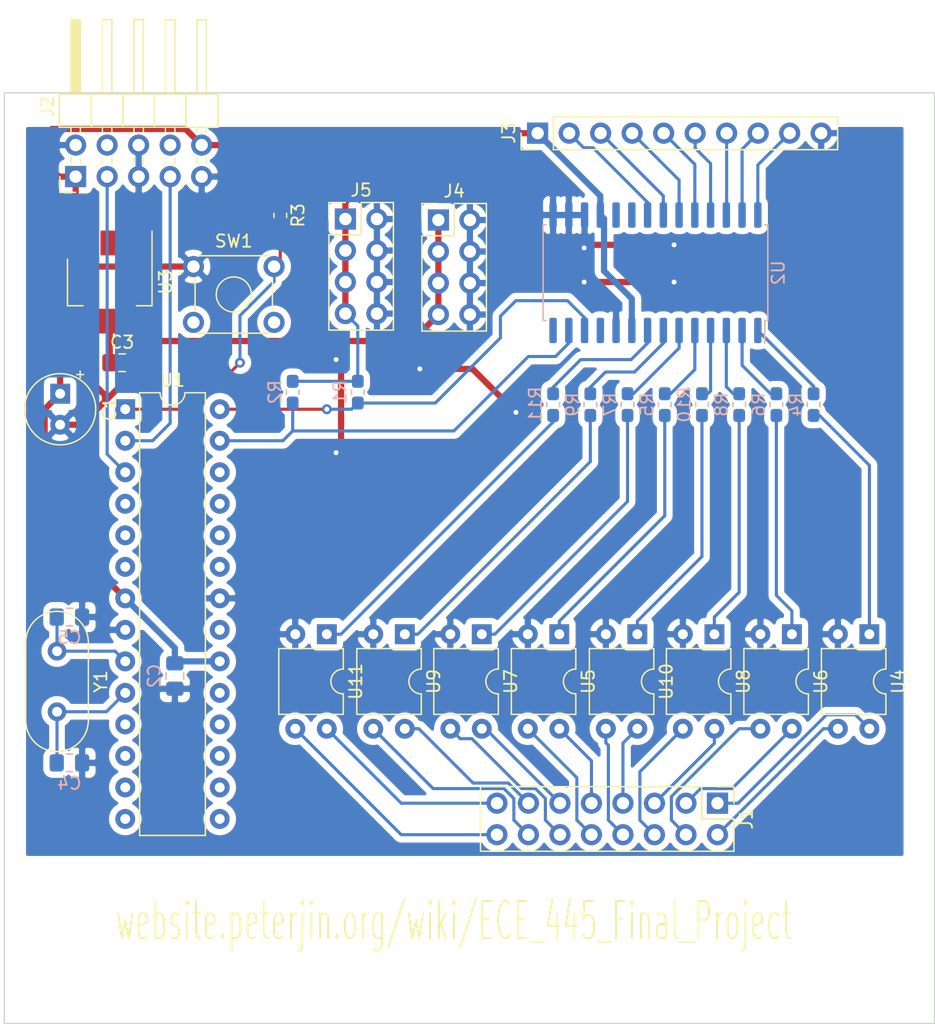
<source format=kicad_pcb>
(kicad_pcb (version 20171130) (host pcbnew 5.1.5+dfsg1-2build2)
  (layers (0 F.Cu signal) (31 B.Cu signal) (34 B.Paste user) (35 F.Paste user) (36 B.SilkS user) (37 F.SilkS user) (38 B.Mask user) (39 F.Mask user) (44 Edge.Cuts user))
  (net 0 "")
  (net 1 GND)
  (net 2 +5V)
  (net 3 +3V3)
  (net 4 "Net-(C4-Pad1)")
  (net 5 "Net-(C5-Pad1)")
  (net 6 /OUT7E)
  (net 7 /OUT7C)
  (net 8 /OUT6E)
  (net 9 /OUT6C)
  (net 10 /OUT5E)
  (net 11 /OUT5C)
  (net 12 /OUT4E)
  (net 13 /OUT4C)
  (net 14 /OUT3E)
  (net 15 /OUT3C)
  (net 16 /OUT2E)
  (net 17 /OUT2C)
  (net 18 /OUT1E)
  (net 19 /OUT1C)
  (net 20 /OUT0E)
  (net 21 /OUT0C)
  (net 22 "Net-(J2-Pad8)")
  (net 23 "Net-(J2-Pad7)")
  (net 24 "Net-(J2-Pad4)")
  (net 25 "Net-(J2-Pad3)")
  (net 26 "Net-(J3-Pad9)")
  (net 27 "Net-(J3-Pad8)")
  (net 28 "Net-(J3-Pad7)")
  (net 29 "Net-(J3-Pad6)")
  (net 30 "Net-(J3-Pad5)")
  (net 31 "Net-(J3-Pad4)")
  (net 32 "Net-(J3-Pad3)")
  (net 33 "Net-(J3-Pad2)")
  (net 34 /SCL)
  (net 35 /SDA)
  (net 36 "Net-(R3-Pad2)")
  (net 37 "Net-(R4-Pad2)")
  (net 38 /OUT0)
  (net 39 "Net-(R5-Pad2)")
  (net 40 /OUT4)
  (net 41 "Net-(R6-Pad2)")
  (net 42 /OUT1)
  (net 43 "Net-(R7-Pad2)")
  (net 44 /OUT5)
  (net 45 "Net-(R8-Pad2)")
  (net 46 /OUT2)
  (net 47 "Net-(R9-Pad2)")
  (net 48 /OUT6)
  (net 49 "Net-(R10-Pad2)")
  (net 50 /OUT3)
  (net 51 "Net-(R11-Pad2)")
  (net 52 /OUT7)
  (net 53 "Net-(U1-Pad14)")
  (net 54 "Net-(U1-Pad13)")
  (net 55 "Net-(U1-Pad26)")
  (net 56 "Net-(U1-Pad12)")
  (net 57 "Net-(U1-Pad25)")
  (net 58 "Net-(U1-Pad11)")
  (net 59 "Net-(U1-Pad24)")
  (net 60 "Net-(U1-Pad23)")
  (net 61 "Net-(U1-Pad21)")
  (net 62 "Net-(U1-Pad6)")
  (net 63 "Net-(U1-Pad19)")
  (net 64 "Net-(U1-Pad5)")
  (net 65 "Net-(U1-Pad18)")
  (net 66 "Net-(U1-Pad4)")
  (net 67 "Net-(U1-Pad17)")
  (net 68 "Net-(U1-Pad16)")
  (net 69 "Net-(U1-Pad15)")
  (net 70 "Net-(U2-Pad20)")
  (net 71 "Net-(U2-Pad19)")
  (net 72 "Net-(U2-Pad14)")
  (net 73 "Net-(U2-Pad11)")
  (module Crystal:Crystal_HC49-U_Vertical (layer F.Cu) (at 104.25 95 270)
    (fp_text reference Y1 (at 2.44 -3.525 90) (layer F.SilkS))
    (fp_text value 16MHz)
    (pad 2 thru_hole circle (at 4.88 0 270) (size 1.5 1.5) (drill 0.8) (layers *.Cu *.Mask) (net 4 "Net-(C4-Pad1)"))
    (pad 1 thru_hole circle (at 0 0 270) (size 1.5 1.5) (drill 0.8) (layers *.Cu *.Mask) (net 5 "Net-(C5-Pad1)"))
  )
  (module Package_DIP:DIP-4_W7.62mm (layer F.Cu) (at 126 93.63 270)
    (fp_text reference U11 (at 3.81 -2.33 90) (layer F.SilkS))
    (fp_text value PC817)
    (pad 4 thru_hole oval (at 7.62 0 270) (size 1.6 1.6) (drill 0.8) (layers *.Cu *.Mask) (net 7 /OUT7C))
    (pad 2 thru_hole oval (at 0 2.54 270) (size 1.6 1.6) (drill 0.8) (layers *.Cu *.Mask) (net 1 GND))
    (pad 3 thru_hole oval (at 7.62 2.54 270) (size 1.6 1.6) (drill 0.8) (layers *.Cu *.Mask) (net 6 /OUT7E))
    (pad 1 thru_hole rect (at 0 0 270) (size 1.6 1.6) (drill 0.8) (layers *.Cu *.Mask) (net 51 "Net-(R11-Pad2)"))
  )
  (module Package_DIP:DIP-4_W7.62mm (layer F.Cu) (at 151.04 93.63 270)
    (fp_text reference U10 (at 3.81 -2.33 90) (layer F.SilkS))
    (fp_text value PC817)
    (pad 4 thru_hole oval (at 7.62 0 270) (size 1.6 1.6) (drill 0.8) (layers *.Cu *.Mask) (net 15 /OUT3C))
    (pad 2 thru_hole oval (at 0 2.54 270) (size 1.6 1.6) (drill 0.8) (layers *.Cu *.Mask) (net 1 GND))
    (pad 3 thru_hole oval (at 7.62 2.54 270) (size 1.6 1.6) (drill 0.8) (layers *.Cu *.Mask) (net 14 /OUT3E))
    (pad 1 thru_hole rect (at 0 0 270) (size 1.6 1.6) (drill 0.8) (layers *.Cu *.Mask) (net 49 "Net-(R10-Pad2)"))
  )
  (module Package_DIP:DIP-4_W7.62mm (layer F.Cu) (at 132.29 93.63 270)
    (fp_text reference U9 (at 3.81 -2.33 90) (layer F.SilkS))
    (fp_text value PC817)
    (pad 4 thru_hole oval (at 7.62 0 270) (size 1.6 1.6) (drill 0.8) (layers *.Cu *.Mask) (net 9 /OUT6C))
    (pad 2 thru_hole oval (at 0 2.54 270) (size 1.6 1.6) (drill 0.8) (layers *.Cu *.Mask) (net 1 GND))
    (pad 3 thru_hole oval (at 7.62 2.54 270) (size 1.6 1.6) (drill 0.8) (layers *.Cu *.Mask) (net 8 /OUT6E))
    (pad 1 thru_hole rect (at 0 0 270) (size 1.6 1.6) (drill 0.8) (layers *.Cu *.Mask) (net 47 "Net-(R9-Pad2)"))
  )
  (module Package_DIP:DIP-4_W7.62mm (layer F.Cu) (at 157.25 93.63 270)
    (fp_text reference U8 (at 3.81 -2.33 90) (layer F.SilkS))
    (fp_text value PC817)
    (pad 4 thru_hole oval (at 7.62 0 270) (size 1.6 1.6) (drill 0.8) (layers *.Cu *.Mask) (net 17 /OUT2C))
    (pad 2 thru_hole oval (at 0 2.54 270) (size 1.6 1.6) (drill 0.8) (layers *.Cu *.Mask) (net 1 GND))
    (pad 3 thru_hole oval (at 7.62 2.54 270) (size 1.6 1.6) (drill 0.8) (layers *.Cu *.Mask) (net 16 /OUT2E))
    (pad 1 thru_hole rect (at 0 0 270) (size 1.6 1.6) (drill 0.8) (layers *.Cu *.Mask) (net 45 "Net-(R8-Pad2)"))
  )
  (module Package_DIP:DIP-4_W7.62mm (layer F.Cu) (at 138.5 93.63 270)
    (fp_text reference U7 (at 3.81 -2.33 90) (layer F.SilkS))
    (fp_text value PC817)
    (pad 4 thru_hole oval (at 7.62 0 270) (size 1.6 1.6) (drill 0.8) (layers *.Cu *.Mask) (net 11 /OUT5C))
    (pad 2 thru_hole oval (at 0 2.54 270) (size 1.6 1.6) (drill 0.8) (layers *.Cu *.Mask) (net 1 GND))
    (pad 3 thru_hole oval (at 7.62 2.54 270) (size 1.6 1.6) (drill 0.8) (layers *.Cu *.Mask) (net 10 /OUT5E))
    (pad 1 thru_hole rect (at 0 0 270) (size 1.6 1.6) (drill 0.8) (layers *.Cu *.Mask) (net 43 "Net-(R7-Pad2)"))
  )
  (module Package_DIP:DIP-4_W7.62mm (layer F.Cu) (at 163.5 93.63 270)
    (fp_text reference U6 (at 3.81 -2.33 90) (layer F.SilkS))
    (fp_text value PC817)
    (pad 4 thru_hole oval (at 7.62 0 270) (size 1.6 1.6) (drill 0.8) (layers *.Cu *.Mask) (net 19 /OUT1C))
    (pad 2 thru_hole oval (at 0 2.54 270) (size 1.6 1.6) (drill 0.8) (layers *.Cu *.Mask) (net 1 GND))
    (pad 3 thru_hole oval (at 7.62 2.54 270) (size 1.6 1.6) (drill 0.8) (layers *.Cu *.Mask) (net 18 /OUT1E))
    (pad 1 thru_hole rect (at 0 0 270) (size 1.6 1.6) (drill 0.8) (layers *.Cu *.Mask) (net 41 "Net-(R6-Pad2)"))
  )
  (module Package_DIP:DIP-4_W7.62mm (layer F.Cu) (at 144.75 93.63 270)
    (fp_text reference U5 (at 3.81 -2.33 90) (layer F.SilkS))
    (fp_text value PC817)
    (pad 4 thru_hole oval (at 7.62 0 270) (size 1.6 1.6) (drill 0.8) (layers *.Cu *.Mask) (net 13 /OUT4C))
    (pad 2 thru_hole oval (at 0 2.54 270) (size 1.6 1.6) (drill 0.8) (layers *.Cu *.Mask) (net 1 GND))
    (pad 3 thru_hole oval (at 7.62 2.54 270) (size 1.6 1.6) (drill 0.8) (layers *.Cu *.Mask) (net 12 /OUT4E))
    (pad 1 thru_hole rect (at 0 0 270) (size 1.6 1.6) (drill 0.8) (layers *.Cu *.Mask) (net 39 "Net-(R5-Pad2)"))
  )
  (module Package_DIP:DIP-4_W7.62mm (layer F.Cu) (at 169.75 93.63 270)
    (fp_text reference U4 (at 3.81 -2.33 90) (layer F.SilkS))
    (fp_text value PC817)
    (pad 4 thru_hole oval (at 7.62 0 270) (size 1.6 1.6) (drill 0.8) (layers *.Cu *.Mask) (net 21 /OUT0C))
    (pad 2 thru_hole oval (at 0 2.54 270) (size 1.6 1.6) (drill 0.8) (layers *.Cu *.Mask) (net 1 GND))
    (pad 3 thru_hole oval (at 7.62 2.54 270) (size 1.6 1.6) (drill 0.8) (layers *.Cu *.Mask) (net 20 /OUT0E))
    (pad 1 thru_hole rect (at 0 0 270) (size 1.6 1.6) (drill 0.8) (layers *.Cu *.Mask) (net 37 "Net-(R4-Pad2)"))
  )
  (module Package_TO_SOT_SMD:SOT-223-3_TabPin2 (layer F.Cu) (at 108.5 65.25 270)
    (fp_text reference U3 (at 0 -4.5 90) (layer F.SilkS))
    (fp_text value LM1117-3.3)
    (pad 1 smd rect (at -3.15 -2.3 270) (size 2 1.5) (layers F.Cu F.Paste F.Mask) (net 1 GND))
    (pad 3 smd rect (at -3.15 2.3 270) (size 2 1.5) (layers F.Cu F.Paste F.Mask) (net 2 +5V))
    (pad 2 smd rect (at -3.15 0 270) (size 2 1.5) (layers F.Cu F.Paste F.Mask) (net 3 +3V3))
    (pad 2 smd rect (at 3.15 0 270) (size 2 3.8) (layers F.Cu F.Paste F.Mask) (net 3 +3V3))
  )
  (module Package_SO:SOIC-28W_7.5x17.9mm_P1.27mm (layer B.Cu) (at 152.5 64.5 90)
    (fp_text reference U2 (at 0 9.9 90) (layer B.SilkS) (effects (justify mirror)))
    (fp_text value MCP23017_SO)
    (pad 28 smd roundrect (at 4.65 8.255 90) (size 2.05 0.6) (layers B.Cu B.Paste B.Mask) (net 26 "Net-(J3-Pad9)"))
    (pad 27 smd roundrect (at 4.65 6.985 90) (size 2.05 0.6) (layers B.Cu B.Paste B.Mask) (net 27 "Net-(J3-Pad8)"))
    (pad 26 smd roundrect (at 4.65 5.715 90) (size 2.05 0.6) (layers B.Cu B.Paste B.Mask) (net 28 "Net-(J3-Pad7)"))
    (pad 25 smd roundrect (at 4.65 4.445 90) (size 2.05 0.6) (layers B.Cu B.Paste B.Mask) (net 29 "Net-(J3-Pad6)"))
    (pad 24 smd roundrect (at 4.65 3.175 90) (size 2.05 0.6) (layers B.Cu B.Paste B.Mask) (net 30 "Net-(J3-Pad5)"))
    (pad 23 smd roundrect (at 4.65 1.905 90) (size 2.05 0.6) (layers B.Cu B.Paste B.Mask) (net 31 "Net-(J3-Pad4)"))
    (pad 22 smd roundrect (at 4.65 0.635 90) (size 2.05 0.6) (layers B.Cu B.Paste B.Mask) (net 32 "Net-(J3-Pad3)"))
    (pad 21 smd roundrect (at 4.65 -0.635 90) (size 2.05 0.6) (layers B.Cu B.Paste B.Mask) (net 33 "Net-(J3-Pad2)"))
    (pad 20 smd roundrect (at 4.65 -1.905 90) (size 2.05 0.6) (layers B.Cu B.Paste B.Mask) (net 70 "Net-(U2-Pad20)"))
    (pad 19 smd roundrect (at 4.65 -3.175 90) (size 2.05 0.6) (layers B.Cu B.Paste B.Mask) (net 71 "Net-(U2-Pad19)"))
    (pad 18 smd roundrect (at 4.65 -4.445 90) (size 2.05 0.6) (layers B.Cu B.Paste B.Mask) (net 2 +5V))
    (pad 17 smd roundrect (at 4.65 -5.715 90) (size 2.05 0.6) (layers B.Cu B.Paste B.Mask) (net 1 GND))
    (pad 16 smd roundrect (at 4.65 -6.985 90) (size 2.05 0.6) (layers B.Cu B.Paste B.Mask) (net 1 GND))
    (pad 15 smd roundrect (at 4.65 -8.255 90) (size 2.05 0.6) (layers B.Cu B.Paste B.Mask) (net 1 GND))
    (pad 14 smd roundrect (at -4.65 -8.255 90) (size 2.05 0.6) (layers B.Cu B.Paste B.Mask) (net 72 "Net-(U2-Pad14)"))
    (pad 13 smd roundrect (at -4.65 -6.985 90) (size 2.05 0.6) (layers B.Cu B.Paste B.Mask) (net 35 /SDA))
    (pad 12 smd roundrect (at -4.65 -5.715 90) (size 2.05 0.6) (layers B.Cu B.Paste B.Mask) (net 34 /SCL))
    (pad 11 smd roundrect (at -4.65 -4.445 90) (size 2.05 0.6) (layers B.Cu B.Paste B.Mask) (net 73 "Net-(U2-Pad11)"))
    (pad 10 smd roundrect (at -4.65 -3.175 90) (size 2.05 0.6) (layers B.Cu B.Paste B.Mask) (net 1 GND))
    (pad 9 smd roundrect (at -4.65 -1.905 90) (size 2.05 0.6) (layers B.Cu B.Paste B.Mask) (net 2 +5V))
    (pad 8 smd roundrect (at -4.65 -0.635 90) (size 2.05 0.6) (layers B.Cu B.Paste B.Mask) (net 52 /OUT7))
    (pad 7 smd roundrect (at -4.65 0.635 90) (size 2.05 0.6) (layers B.Cu B.Paste B.Mask) (net 48 /OUT6))
    (pad 6 smd roundrect (at -4.65 1.905 90) (size 2.05 0.6) (layers B.Cu B.Paste B.Mask) (net 44 /OUT5))
    (pad 5 smd roundrect (at -4.65 3.175 90) (size 2.05 0.6) (layers B.Cu B.Paste B.Mask) (net 40 /OUT4))
    (pad 4 smd roundrect (at -4.65 4.445 90) (size 2.05 0.6) (layers B.Cu B.Paste B.Mask) (net 50 /OUT3))
    (pad 3 smd roundrect (at -4.65 5.715 90) (size 2.05 0.6) (layers B.Cu B.Paste B.Mask) (net 46 /OUT2))
    (pad 2 smd roundrect (at -4.65 6.985 90) (size 2.05 0.6) (layers B.Cu B.Paste B.Mask) (net 42 /OUT1))
    (pad 1 smd roundrect (at -4.65 8.255 90) (size 2.05 0.6) (layers B.Cu B.Paste B.Mask) (net 38 /OUT0))
  )
  (module Package_DIP:DIP-28_W7.62mm (layer F.Cu) (at 109.75 75.5)
    (fp_text reference U1 (at 3.81 -2.33) (layer F.SilkS))
    (fp_text value ATmega328P-PU)
    (pad 28 thru_hole oval (at 7.62 0) (size 1.6 1.6) (drill 0.8) (layers *.Cu *.Mask) (net 34 /SCL))
    (pad 14 thru_hole oval (at 0 33.02) (size 1.6 1.6) (drill 0.8) (layers *.Cu *.Mask) (net 53 "Net-(U1-Pad14)"))
    (pad 27 thru_hole oval (at 7.62 2.54) (size 1.6 1.6) (drill 0.8) (layers *.Cu *.Mask) (net 35 /SDA))
    (pad 13 thru_hole oval (at 0 30.48) (size 1.6 1.6) (drill 0.8) (layers *.Cu *.Mask) (net 54 "Net-(U1-Pad13)"))
    (pad 26 thru_hole oval (at 7.62 5.08) (size 1.6 1.6) (drill 0.8) (layers *.Cu *.Mask) (net 55 "Net-(U1-Pad26)"))
    (pad 12 thru_hole oval (at 0 27.94) (size 1.6 1.6) (drill 0.8) (layers *.Cu *.Mask) (net 56 "Net-(U1-Pad12)"))
    (pad 25 thru_hole oval (at 7.62 7.62) (size 1.6 1.6) (drill 0.8) (layers *.Cu *.Mask) (net 57 "Net-(U1-Pad25)"))
    (pad 11 thru_hole oval (at 0 25.4) (size 1.6 1.6) (drill 0.8) (layers *.Cu *.Mask) (net 58 "Net-(U1-Pad11)"))
    (pad 24 thru_hole oval (at 7.62 10.16) (size 1.6 1.6) (drill 0.8) (layers *.Cu *.Mask) (net 59 "Net-(U1-Pad24)"))
    (pad 10 thru_hole oval (at 0 22.86) (size 1.6 1.6) (drill 0.8) (layers *.Cu *.Mask) (net 4 "Net-(C4-Pad1)"))
    (pad 23 thru_hole oval (at 7.62 12.7) (size 1.6 1.6) (drill 0.8) (layers *.Cu *.Mask) (net 60 "Net-(U1-Pad23)"))
    (pad 9 thru_hole oval (at 0 20.32) (size 1.6 1.6) (drill 0.8) (layers *.Cu *.Mask) (net 5 "Net-(C5-Pad1)"))
    (pad 22 thru_hole oval (at 7.62 15.24) (size 1.6 1.6) (drill 0.8) (layers *.Cu *.Mask) (net 1 GND))
    (pad 8 thru_hole oval (at 0 17.78) (size 1.6 1.6) (drill 0.8) (layers *.Cu *.Mask) (net 1 GND))
    (pad 21 thru_hole oval (at 7.62 17.78) (size 1.6 1.6) (drill 0.8) (layers *.Cu *.Mask) (net 61 "Net-(U1-Pad21)"))
    (pad 7 thru_hole oval (at 0 15.24) (size 1.6 1.6) (drill 0.8) (layers *.Cu *.Mask) (net 2 +5V))
    (pad 20 thru_hole oval (at 7.62 20.32) (size 1.6 1.6) (drill 0.8) (layers *.Cu *.Mask) (net 2 +5V))
    (pad 6 thru_hole oval (at 0 12.7) (size 1.6 1.6) (drill 0.8) (layers *.Cu *.Mask) (net 62 "Net-(U1-Pad6)"))
    (pad 19 thru_hole oval (at 7.62 22.86) (size 1.6 1.6) (drill 0.8) (layers *.Cu *.Mask) (net 63 "Net-(U1-Pad19)"))
    (pad 5 thru_hole oval (at 0 10.16) (size 1.6 1.6) (drill 0.8) (layers *.Cu *.Mask) (net 64 "Net-(U1-Pad5)"))
    (pad 18 thru_hole oval (at 7.62 25.4) (size 1.6 1.6) (drill 0.8) (layers *.Cu *.Mask) (net 65 "Net-(U1-Pad18)"))
    (pad 4 thru_hole oval (at 0 7.62) (size 1.6 1.6) (drill 0.8) (layers *.Cu *.Mask) (net 66 "Net-(U1-Pad4)"))
    (pad 17 thru_hole oval (at 7.62 27.94) (size 1.6 1.6) (drill 0.8) (layers *.Cu *.Mask) (net 67 "Net-(U1-Pad17)"))
    (pad 3 thru_hole oval (at 0 5.08) (size 1.6 1.6) (drill 0.8) (layers *.Cu *.Mask) (net 25 "Net-(J2-Pad3)"))
    (pad 16 thru_hole oval (at 7.62 30.48) (size 1.6 1.6) (drill 0.8) (layers *.Cu *.Mask) (net 68 "Net-(U1-Pad16)"))
    (pad 2 thru_hole oval (at 0 2.54) (size 1.6 1.6) (drill 0.8) (layers *.Cu *.Mask) (net 23 "Net-(J2-Pad7)"))
    (pad 15 thru_hole oval (at 7.62 33.02) (size 1.6 1.6) (drill 0.8) (layers *.Cu *.Mask) (net 69 "Net-(U1-Pad15)"))
    (pad 1 thru_hole rect (at 0 0) (size 1.6 1.6) (drill 0.8) (layers *.Cu *.Mask) (net 36 "Net-(R3-Pad2)"))
  )
  (module Button_Switch_THT:SW_TH_Tactile_Omron_B3F-10xx (layer F.Cu) (at 115.25 64)
    (fp_text reference SW1 (at 3.25 -2.05) (layer F.SilkS))
    (fp_text value SW_Push)
    (pad 1 thru_hole circle (at 0 0) (size 1.7 1.7) (drill 1) (layers *.Cu *.Mask) (net 1 GND))
    (pad 2 thru_hole circle (at 6.5 0) (size 1.7 1.7) (drill 1) (layers *.Cu *.Mask) (net 36 "Net-(R3-Pad2)"))
    (pad 3 thru_hole circle (at 0 4.5) (size 1.7 1.7) (drill 1) (layers *.Cu *.Mask))
    (pad 4 thru_hole circle (at 6.5 4.5) (size 1.7 1.7) (drill 1) (layers *.Cu *.Mask))
  )
  (module Resistor_SMD:R_0603_1608Metric_Pad1.05x0.95mm_HandSolder (layer B.Cu) (at 144.25 75.125 270)
    (fp_text reference R11 (at 0 1.43 90) (layer B.SilkS) (effects (justify mirror)))
    (fp_text value 150)
    (pad 2 smd roundrect (at 0.875 0 270) (size 1.05 0.95) (layers B.Cu B.Paste B.Mask) (net 51 "Net-(R11-Pad2)"))
    (pad 1 smd roundrect (at -0.875 0 270) (size 1.05 0.95) (layers B.Cu B.Paste B.Mask) (net 52 /OUT7))
  )
  (module Resistor_SMD:R_0603_1608Metric_Pad1.05x0.95mm_HandSolder (layer B.Cu) (at 156.25 75.125 270)
    (fp_text reference R10 (at 0 1.43 90) (layer B.SilkS) (effects (justify mirror)))
    (fp_text value 150)
    (pad 2 smd roundrect (at 0.875 0 270) (size 1.05 0.95) (layers B.Cu B.Paste B.Mask) (net 49 "Net-(R10-Pad2)"))
    (pad 1 smd roundrect (at -0.875 0 270) (size 1.05 0.95) (layers B.Cu B.Paste B.Mask) (net 50 /OUT3))
  )
  (module Resistor_SMD:R_0603_1608Metric_Pad1.05x0.95mm_HandSolder (layer B.Cu) (at 147.25 75.125 270)
    (fp_text reference R9 (at 0 1.43 90) (layer B.SilkS) (effects (justify mirror)))
    (fp_text value 150)
    (pad 2 smd roundrect (at 0.875 0 270) (size 1.05 0.95) (layers B.Cu B.Paste B.Mask) (net 47 "Net-(R9-Pad2)"))
    (pad 1 smd roundrect (at -0.875 0 270) (size 1.05 0.95) (layers B.Cu B.Paste B.Mask) (net 48 /OUT6))
  )
  (module Resistor_SMD:R_0603_1608Metric_Pad1.05x0.95mm_HandSolder (layer B.Cu) (at 159.25 75.125 270)
    (fp_text reference R8 (at 0 1.43 90) (layer B.SilkS) (effects (justify mirror)))
    (fp_text value 150)
    (pad 2 smd roundrect (at 0.875 0 270) (size 1.05 0.95) (layers B.Cu B.Paste B.Mask) (net 45 "Net-(R8-Pad2)"))
    (pad 1 smd roundrect (at -0.875 0 270) (size 1.05 0.95) (layers B.Cu B.Paste B.Mask) (net 46 /OUT2))
  )
  (module Resistor_SMD:R_0603_1608Metric_Pad1.05x0.95mm_HandSolder (layer B.Cu) (at 150.25 75.125 270)
    (fp_text reference R7 (at 0 1.43 90) (layer B.SilkS) (effects (justify mirror)))
    (fp_text value 150)
    (pad 2 smd roundrect (at 0.875 0 270) (size 1.05 0.95) (layers B.Cu B.Paste B.Mask) (net 43 "Net-(R7-Pad2)"))
    (pad 1 smd roundrect (at -0.875 0 270) (size 1.05 0.95) (layers B.Cu B.Paste B.Mask) (net 44 /OUT5))
  )
  (module Resistor_SMD:R_0603_1608Metric_Pad1.05x0.95mm_HandSolder (layer B.Cu) (at 162.25 75.125 270)
    (fp_text reference R6 (at 0 1.43 90) (layer B.SilkS) (effects (justify mirror)))
    (fp_text value 150)
    (pad 2 smd roundrect (at 0.875 0 270) (size 1.05 0.95) (layers B.Cu B.Paste B.Mask) (net 41 "Net-(R6-Pad2)"))
    (pad 1 smd roundrect (at -0.875 0 270) (size 1.05 0.95) (layers B.Cu B.Paste B.Mask) (net 42 /OUT1))
  )
  (module Resistor_SMD:R_0603_1608Metric_Pad1.05x0.95mm_HandSolder (layer B.Cu) (at 153.25 75.125 270)
    (fp_text reference R5 (at 0 1.43 90) (layer B.SilkS) (effects (justify mirror)))
    (fp_text value 150)
    (pad 2 smd roundrect (at 0.875 0 270) (size 1.05 0.95) (layers B.Cu B.Paste B.Mask) (net 39 "Net-(R5-Pad2)"))
    (pad 1 smd roundrect (at -0.875 0 270) (size 1.05 0.95) (layers B.Cu B.Paste B.Mask) (net 40 /OUT4))
  )
  (module Resistor_SMD:R_0603_1608Metric_Pad1.05x0.95mm_HandSolder (layer B.Cu) (at 165.25 75.125 270)
    (fp_text reference R4 (at 0 1.43 90) (layer B.SilkS) (effects (justify mirror)))
    (fp_text value 150)
    (pad 2 smd roundrect (at 0.875 0 270) (size 1.05 0.95) (layers B.Cu B.Paste B.Mask) (net 37 "Net-(R4-Pad2)"))
    (pad 1 smd roundrect (at -0.875 0 270) (size 1.05 0.95) (layers B.Cu B.Paste B.Mask) (net 38 /OUT0))
  )
  (module Resistor_SMD:R_0603_1608Metric_Pad1.05x0.95mm_HandSolder (layer F.Cu) (at 122.25 59.875 270)
    (fp_text reference R3 (at 0 -1.43 270) (layer F.SilkS))
    (fp_text value 15k)
    (pad 2 smd roundrect (at 0.875 0 270) (size 1.05 0.95) (layers F.Cu F.Paste F.Mask) (net 36 "Net-(R3-Pad2)"))
    (pad 1 smd roundrect (at -0.875 0 270) (size 1.05 0.95) (layers F.Cu F.Paste F.Mask) (net 2 +5V))
  )
  (module Resistor_SMD:R_0603_1608Metric_Pad1.05x0.95mm_HandSolder (layer B.Cu) (at 123.25 74.125 270)
    (fp_text reference R2 (at 0 1.43 270) (layer B.SilkS) (effects (justify mirror)))
    (fp_text value 2.2k)
    (pad 2 smd roundrect (at 0.875 0 270) (size 1.05 0.95) (layers B.Cu B.Paste B.Mask) (net 35 /SDA))
    (pad 1 smd roundrect (at -0.875 0 270) (size 1.05 0.95) (layers B.Cu B.Paste B.Mask) (net 2 +5V))
  )
  (module Resistor_SMD:R_0603_1608Metric_Pad1.05x0.95mm_HandSolder (layer B.Cu) (at 128.5 74.125 270)
    (fp_text reference R1 (at 0 1.43 270) (layer B.SilkS) (effects (justify mirror)))
    (fp_text value 2.2k)
    (pad 2 smd roundrect (at 0.875 0 270) (size 1.05 0.95) (layers B.Cu B.Paste B.Mask) (net 34 /SCL))
    (pad 1 smd roundrect (at -0.875 0 270) (size 1.05 0.95) (layers B.Cu B.Paste B.Mask) (net 2 +5V))
  )
  (module Connector_PinHeader_2.54mm:PinHeader_2x04_P2.54mm_Vertical (layer F.Cu) (at 127.5 60.17)
    (fp_text reference J5 (at 1.27 -2.33) (layer F.SilkS))
    (fp_text value "5V OUT")
    (pad 8 thru_hole oval (at 2.54 7.62) (size 1.7 1.7) (drill 1) (layers *.Cu *.Mask) (net 1 GND))
    (pad 7 thru_hole oval (at 0 7.62) (size 1.7 1.7) (drill 1) (layers *.Cu *.Mask) (net 2 +5V))
    (pad 6 thru_hole oval (at 2.54 5.08) (size 1.7 1.7) (drill 1) (layers *.Cu *.Mask) (net 1 GND))
    (pad 5 thru_hole oval (at 0 5.08) (size 1.7 1.7) (drill 1) (layers *.Cu *.Mask) (net 2 +5V))
    (pad 4 thru_hole oval (at 2.54 2.54) (size 1.7 1.7) (drill 1) (layers *.Cu *.Mask) (net 1 GND))
    (pad 3 thru_hole oval (at 0 2.54) (size 1.7 1.7) (drill 1) (layers *.Cu *.Mask) (net 2 +5V))
    (pad 2 thru_hole oval (at 2.54 0) (size 1.7 1.7) (drill 1) (layers *.Cu *.Mask) (net 1 GND))
    (pad 1 thru_hole rect (at 0 0) (size 1.7 1.7) (drill 1) (layers *.Cu *.Mask) (net 2 +5V))
  )
  (module Connector_PinHeader_2.54mm:PinHeader_2x04_P2.54mm_Vertical (layer F.Cu) (at 135 60.25)
    (fp_text reference J4 (at 1.27 -2.33) (layer F.SilkS))
    (fp_text value "3.3V OUT")
    (pad 8 thru_hole oval (at 2.54 7.62) (size 1.7 1.7) (drill 1) (layers *.Cu *.Mask) (net 1 GND))
    (pad 7 thru_hole oval (at 0 7.62) (size 1.7 1.7) (drill 1) (layers *.Cu *.Mask) (net 3 +3V3))
    (pad 6 thru_hole oval (at 2.54 5.08) (size 1.7 1.7) (drill 1) (layers *.Cu *.Mask) (net 1 GND))
    (pad 5 thru_hole oval (at 0 5.08) (size 1.7 1.7) (drill 1) (layers *.Cu *.Mask) (net 3 +3V3))
    (pad 4 thru_hole oval (at 2.54 2.54) (size 1.7 1.7) (drill 1) (layers *.Cu *.Mask) (net 1 GND))
    (pad 3 thru_hole oval (at 0 2.54) (size 1.7 1.7) (drill 1) (layers *.Cu *.Mask) (net 3 +3V3))
    (pad 2 thru_hole oval (at 2.54 0) (size 1.7 1.7) (drill 1) (layers *.Cu *.Mask) (net 1 GND))
    (pad 1 thru_hole rect (at 0 0) (size 1.7 1.7) (drill 1) (layers *.Cu *.Mask) (net 3 +3V3))
  )
  (module Connector_PinHeader_2.54mm:PinHeader_1x10_P2.54mm_Vertical (layer F.Cu) (at 143 53.25 90)
    (fp_text reference J3 (at 0 -2.33 90) (layer F.SilkS))
    (fp_text value Conn_01x10)
    (pad 10 thru_hole oval (at 0 22.86 90) (size 1.7 1.7) (drill 1) (layers *.Cu *.Mask) (net 1 GND))
    (pad 9 thru_hole oval (at 0 20.32 90) (size 1.7 1.7) (drill 1) (layers *.Cu *.Mask) (net 26 "Net-(J3-Pad9)"))
    (pad 8 thru_hole oval (at 0 17.78 90) (size 1.7 1.7) (drill 1) (layers *.Cu *.Mask) (net 27 "Net-(J3-Pad8)"))
    (pad 7 thru_hole oval (at 0 15.24 90) (size 1.7 1.7) (drill 1) (layers *.Cu *.Mask) (net 28 "Net-(J3-Pad7)"))
    (pad 6 thru_hole oval (at 0 12.7 90) (size 1.7 1.7) (drill 1) (layers *.Cu *.Mask) (net 29 "Net-(J3-Pad6)"))
    (pad 5 thru_hole oval (at 0 10.16 90) (size 1.7 1.7) (drill 1) (layers *.Cu *.Mask) (net 30 "Net-(J3-Pad5)"))
    (pad 4 thru_hole oval (at 0 7.62 90) (size 1.7 1.7) (drill 1) (layers *.Cu *.Mask) (net 31 "Net-(J3-Pad4)"))
    (pad 3 thru_hole oval (at 0 5.08 90) (size 1.7 1.7) (drill 1) (layers *.Cu *.Mask) (net 32 "Net-(J3-Pad3)"))
    (pad 2 thru_hole oval (at 0 2.54 90) (size 1.7 1.7) (drill 1) (layers *.Cu *.Mask) (net 33 "Net-(J3-Pad2)"))
    (pad 1 thru_hole rect (at 0 0 90) (size 1.7 1.7) (drill 1) (layers *.Cu *.Mask) (net 2 +5V))
  )
  (module Connector_PinHeader_2.54mm:PinHeader_2x05_P2.54mm_Horizontal (layer F.Cu) (at 105.75 56.75 90)
    (fp_text reference J2 (at 5.655 -2.27 90) (layer F.SilkS))
    (fp_text value Conn_02x05_Odd_Even)
    (pad 10 thru_hole oval (at 2.54 10.16 90) (size 1.7 1.7) (drill 1) (layers *.Cu *.Mask) (net 2 +5V))
    (pad 9 thru_hole oval (at 0 10.16 90) (size 1.7 1.7) (drill 1) (layers *.Cu *.Mask) (net 1 GND))
    (pad 8 thru_hole oval (at 2.54 7.62 90) (size 1.7 1.7) (drill 1) (layers *.Cu *.Mask) (net 22 "Net-(J2-Pad8)"))
    (pad 7 thru_hole oval (at 0 7.62 90) (size 1.7 1.7) (drill 1) (layers *.Cu *.Mask) (net 23 "Net-(J2-Pad7)"))
    (pad 6 thru_hole oval (at 2.54 5.08 90) (size 1.7 1.7) (drill 1) (layers *.Cu *.Mask) (net 1 GND))
    (pad 5 thru_hole oval (at 0 5.08 90) (size 1.7 1.7) (drill 1) (layers *.Cu *.Mask) (net 1 GND))
    (pad 4 thru_hole oval (at 2.54 2.54 90) (size 1.7 1.7) (drill 1) (layers *.Cu *.Mask) (net 24 "Net-(J2-Pad4)"))
    (pad 3 thru_hole oval (at 0 2.54 90) (size 1.7 1.7) (drill 1) (layers *.Cu *.Mask) (net 25 "Net-(J2-Pad3)"))
    (pad 2 thru_hole oval (at 2.54 0 90) (size 1.7 1.7) (drill 1) (layers *.Cu *.Mask) (net 1 GND))
    (pad 1 thru_hole rect (at 0 0 90) (size 1.7 1.7) (drill 1) (layers *.Cu *.Mask) (net 2 +5V))
  )
  (module Connector_PinHeader_2.54mm:PinHeader_2x08_P2.54mm_Vertical (layer F.Cu) (at 157.5 107.25 270)
    (fp_text reference J1 (at 1.27 -2.33 90) (layer F.SilkS))
    (fp_text value OptoSwitchOut)
    (pad 16 thru_hole oval (at 2.54 17.78 270) (size 1.7 1.7) (drill 1) (layers *.Cu *.Mask) (net 6 /OUT7E))
    (pad 15 thru_hole oval (at 0 17.78 270) (size 1.7 1.7) (drill 1) (layers *.Cu *.Mask) (net 7 /OUT7C))
    (pad 14 thru_hole oval (at 2.54 15.24 270) (size 1.7 1.7) (drill 1) (layers *.Cu *.Mask) (net 8 /OUT6E))
    (pad 13 thru_hole oval (at 0 15.24 270) (size 1.7 1.7) (drill 1) (layers *.Cu *.Mask) (net 9 /OUT6C))
    (pad 12 thru_hole oval (at 2.54 12.7 270) (size 1.7 1.7) (drill 1) (layers *.Cu *.Mask) (net 10 /OUT5E))
    (pad 11 thru_hole oval (at 0 12.7 270) (size 1.7 1.7) (drill 1) (layers *.Cu *.Mask) (net 11 /OUT5C))
    (pad 10 thru_hole oval (at 2.54 10.16 270) (size 1.7 1.7) (drill 1) (layers *.Cu *.Mask) (net 12 /OUT4E))
    (pad 9 thru_hole oval (at 0 10.16 270) (size 1.7 1.7) (drill 1) (layers *.Cu *.Mask) (net 13 /OUT4C))
    (pad 8 thru_hole oval (at 2.54 7.62 270) (size 1.7 1.7) (drill 1) (layers *.Cu *.Mask) (net 14 /OUT3E))
    (pad 7 thru_hole oval (at 0 7.62 270) (size 1.7 1.7) (drill 1) (layers *.Cu *.Mask) (net 15 /OUT3C))
    (pad 6 thru_hole oval (at 2.54 5.08 270) (size 1.7 1.7) (drill 1) (layers *.Cu *.Mask) (net 16 /OUT2E))
    (pad 5 thru_hole oval (at 0 5.08 270) (size 1.7 1.7) (drill 1) (layers *.Cu *.Mask) (net 17 /OUT2C))
    (pad 4 thru_hole oval (at 2.54 2.54 270) (size 1.7 1.7) (drill 1) (layers *.Cu *.Mask) (net 18 /OUT1E))
    (pad 3 thru_hole oval (at 0 2.54 270) (size 1.7 1.7) (drill 1) (layers *.Cu *.Mask) (net 19 /OUT1C))
    (pad 2 thru_hole oval (at 2.54 0 270) (size 1.7 1.7) (drill 1) (layers *.Cu *.Mask) (net 20 /OUT0E))
    (pad 1 thru_hole rect (at 0 0 270) (size 1.7 1.7) (drill 1) (layers *.Cu *.Mask) (net 21 /OUT0C))
  )
  (module Capacitor_SMD:C_0805_2012Metric_Pad1.15x1.40mm_HandSolder (layer B.Cu) (at 105.25 92.25)
    (fp_text reference C5 (at 0 1.65) (layer B.SilkS) (effects (justify mirror)))
    (fp_text value 22pf)
    (pad 2 smd roundrect (at 1.025 0) (size 1.15 1.4) (layers B.Cu B.Paste B.Mask) (roundrect_rratio 0.217391) (net 1 GND))
    (pad 1 smd roundrect (at -1.025 0) (size 1.15 1.4) (layers B.Cu B.Paste B.Mask) (roundrect_rratio 0.217391) (net 5 "Net-(C5-Pad1)"))
  )
  (module Capacitor_SMD:C_0805_2012Metric_Pad1.15x1.40mm_HandSolder (layer B.Cu) (at 105.25 104)
    (fp_text reference C4 (at 0 1.65) (layer B.SilkS) (effects (justify mirror)))
    (fp_text value 22pf)
    (pad 2 smd roundrect (at 1.025 0) (size 1.15 1.4) (layers B.Cu B.Paste B.Mask) (roundrect_rratio 0.217391) (net 1 GND))
    (pad 1 smd roundrect (at -1.025 0) (size 1.15 1.4) (layers B.Cu B.Paste B.Mask) (roundrect_rratio 0.217391) (net 4 "Net-(C4-Pad1)"))
  )
  (module Capacitor_SMD:C_0805_2012Metric_Pad1.15x1.40mm_HandSolder (layer F.Cu) (at 109.5 71.75)
    (fp_text reference C3 (at 0 -1.65) (layer F.SilkS))
    (fp_text value 1uF)
    (pad 2 smd roundrect (at 1.025 0) (size 1.15 1.4) (layers F.Cu F.Paste F.Mask) (roundrect_rratio 0.217391) (net 1 GND))
    (pad 1 smd roundrect (at -1.025 0) (size 1.15 1.4) (layers F.Cu F.Paste F.Mask) (roundrect_rratio 0.217391) (net 3 +3V3))
  )
  (module Capacitor_SMD:C_0805_2012Metric_Pad1.15x1.40mm_HandSolder (layer B.Cu) (at 113.75 97 270)
    (fp_text reference C2 (at 0 1.65 90) (layer B.SilkS) (effects (justify mirror)))
    (fp_text value 1uF)
    (pad 2 smd roundrect (at 1.025 0 270) (size 1.15 1.4) (layers B.Cu B.Paste B.Mask) (roundrect_rratio 0.217391) (net 1 GND))
    (pad 1 smd roundrect (at -1.025 0 270) (size 1.15 1.4) (layers B.Cu B.Paste B.Mask) (roundrect_rratio 0.217391) (net 2 +5V))
  )
  (module Capacitor_THT:CP_Radial_Tantal_D5.5mm_P2.50mm (layer F.Cu) (at 104.5 74.25 270)
    (fp_text reference C1 (at 1.25 -4 90) (layer F.SilkS))
    (fp_text value 47uF)
    (pad 2 thru_hole circle (at 2.5 0 270) (size 1.6 1.6) (drill 0.8) (layers *.Cu *.Mask) (net 1 GND))
    (pad 1 thru_hole rect (at 0 0 270) (size 1.6 1.6) (drill 0.8) (layers *.Cu *.Mask) (net 2 +5V))
  )
  (gr_text website.peterjin.org/wiki/ECE_445_Final_Project (at 136.25 116.75) (layer F.SilkS) (effects (font (size 3 1.5))))
  (gr_line (start 175 50) (end 175 125) (layer Edge.Cuts) (width 0.1))
  (gr_line (start 100 50) (end 175 50) (layer Edge.Cuts) (width 0.1))
  (gr_line (start 100 125) (end 100 50) (layer Edge.Cuts) (width 0.1))
  (gr_line (start 175 125) (end 100 125) (layer Edge.Cuts) (width 0.1))
  (via (at 146.75 62.5) (size 0.8) (drill 0.4) (layers F.Cu B.Cu) (net 1))
  (via (at 146.75 65.25) (size 0.8) (drill 0.4) (layers F.Cu B.Cu) (net 1))
  (via (at 154 65.25) (size 0.8) (drill 0.4) (layers F.Cu B.Cu) (net 1))
  (via (at 154 62.25) (size 0.8) (drill 0.4) (layers F.Cu B.Cu) (net 1))
  (segment (start 147 62.25) (end 146.75 62.5) (width 0.5) (layer F.Cu) (net 1))
  (segment (start 154 62.25) (end 147 62.25) (width 0.5) (layer F.Cu) (net 1))
  (segment (start 146.75 65.25) (end 154 65.25) (width 0.5) (layer F.Cu) (net 1))
  (segment (start 110.83 62.07) (end 110.8 62.1) (width 0.5) (layer F.Cu) (net 1))
  (segment (start 110.83 56.75) (end 110.83 62.07) (width 0.5) (layer F.Cu) (net 1))
  (segment (start 110.525 72.45) (end 110.525 71.75) (width 0.5) (layer F.Cu) (net 1))
  (segment (start 104.5 76.75) (end 106.225 76.75) (width 0.5) (layer F.Cu) (net 1))
  (segment (start 106.225 76.75) (end 108.1125 74.8625) (width 0.5) (layer F.Cu) (net 1))
  (segment (start 108.1125 74.8625) (end 110.525 72.45) (width 0.5) (layer F.Cu) (net 1))
  (segment (start 108.1125 74.3625) (end 108.1125 74.8625) (width 0.5) (layer F.Cu) (net 1))
  (segment (start 105.75 72) (end 108.1125 74.3625) (width 0.5) (layer F.Cu) (net 1))
  (segment (start 105.75 65.5) (end 105.75 72) (width 0.5) (layer F.Cu) (net 1))
  (segment (start 107.25 64) (end 105.75 65.5) (width 0.5) (layer F.Cu) (net 1))
  (segment (start 110.75 63.65) (end 110.75 64) (width 0.5) (layer F.Cu) (net 1))
  (segment (start 110.8 63.6) (end 110.75 63.65) (width 0.5) (layer F.Cu) (net 1))
  (segment (start 110.75 64) (end 107.25 64) (width 0.5) (layer F.Cu) (net 1))
  (segment (start 110.8 62.1) (end 110.8 63.6) (width 0.5) (layer F.Cu) (net 1))
  (segment (start 115.25 64) (end 110.75 64) (width 0.5) (layer F.Cu) (net 1))
  (via (at 133.5 72.25) (size 0.8) (drill 0.4) (layers F.Cu B.Cu) (net 1))
  (via (at 141.25 75.75) (size 0.8) (drill 0.4) (layers F.Cu B.Cu) (net 1))
  (segment (start 137.75 72.25) (end 141.25 75.75) (width 0.5) (layer F.Cu) (net 1))
  (segment (start 133.5 72.25) (end 137.75 72.25) (width 0.5) (layer F.Cu) (net 1))
  (via (at 126.75 71.5) (size 0.8) (drill 0.4) (layers F.Cu B.Cu) (net 1))
  (via (at 126.75 79) (size 0.8) (drill 0.4) (layers F.Cu B.Cu) (net 1))
  (segment (start 127.149999 71.899999) (end 127.149999 78.600001) (width 0.5) (layer F.Cu) (net 1))
  (segment (start 127.149999 78.600001) (end 126.75 79) (width 0.5) (layer F.Cu) (net 1))
  (segment (start 126.75 71.5) (end 127.149999 71.899999) (width 0.5) (layer F.Cu) (net 1))
  (segment (start 128.5 68.79) (end 128.5 73.25) (width 0.25) (layer B.Cu) (net 2))
  (segment (start 127.5 67.79) (end 128.5 68.79) (width 0.25) (layer B.Cu) (net 2))
  (segment (start 123.25 73.25) (end 128.5 73.25) (width 0.25) (layer B.Cu) (net 2))
  (segment (start 148.355 60.15) (end 148.355 64.355) (width 0.5) (layer B.Cu) (net 2))
  (segment (start 148.055 59.85) (end 148.355 60.15) (width 0.5) (layer B.Cu) (net 2))
  (segment (start 150.595 66.595) (end 150.595 69.15) (width 0.5) (layer B.Cu) (net 2))
  (segment (start 148.355 64.355) (end 150.595 66.595) (width 0.5) (layer B.Cu) (net 2))
  (segment (start 148.055 58.305) (end 148.055 59.85) (width 0.5) (layer B.Cu) (net 2))
  (segment (start 143 53.25) (end 148.055 58.305) (width 0.5) (layer B.Cu) (net 2))
  (segment (start 141.65 53.25) (end 140.15 54.75) (width 0.5) (layer F.Cu) (net 2))
  (segment (start 143 53.25) (end 141.65 53.25) (width 0.5) (layer F.Cu) (net 2))
  (segment (start 131.57 54.75) (end 127.5 58.82) (width 0.5) (layer F.Cu) (net 2))
  (segment (start 140.15 54.75) (end 131.57 54.75) (width 0.5) (layer F.Cu) (net 2))
  (segment (start 127.5 62.71) (end 127.5 60.17) (width 0.5) (layer F.Cu) (net 2))
  (segment (start 127.5 62.71) (end 127.5 65.25) (width 0.5) (layer F.Cu) (net 2))
  (segment (start 127.5 65.25) (end 127.5 67.79) (width 0.5) (layer F.Cu) (net 2))
  (segment (start 127.5 58.82) (end 127.5 60.17) (width 0.5) (layer F.Cu) (net 2))
  (segment (start 115.91 54.21) (end 122.89 54.21) (width 0.5) (layer F.Cu) (net 2))
  (segment (start 105.75 61.65) (end 106.2 62.1) (width 0.5) (layer F.Cu) (net 2))
  (segment (start 105.75 56.75) (end 105.75 61.65) (width 0.5) (layer F.Cu) (net 2))
  (segment (start 104.95 62.1) (end 106.2 62.1) (width 0.5) (layer F.Cu) (net 2))
  (segment (start 104.5 62.55) (end 104.95 62.1) (width 0.5) (layer F.Cu) (net 2))
  (segment (start 104.5 74.25) (end 104.5 62.55) (width 0.5) (layer F.Cu) (net 2))
  (segment (start 108.950001 89.940001) (end 109.75 90.74) (width 0.5) (layer F.Cu) (net 2))
  (segment (start 103.249999 84.239999) (end 108.950001 89.940001) (width 0.5) (layer F.Cu) (net 2))
  (segment (start 103.249999 75.500001) (end 103.249999 84.239999) (width 0.5) (layer F.Cu) (net 2))
  (segment (start 104.5 74.25) (end 103.249999 75.500001) (width 0.5) (layer F.Cu) (net 2))
  (segment (start 113.75 94.74) (end 109.75 90.74) (width 0.5) (layer B.Cu) (net 2))
  (segment (start 113.75 95.975) (end 113.75 94.74) (width 0.5) (layer B.Cu) (net 2))
  (segment (start 113.905 95.82) (end 113.75 95.975) (width 0.5) (layer B.Cu) (net 2))
  (segment (start 117.37 95.82) (end 113.905 95.82) (width 0.5) (layer B.Cu) (net 2))
  (segment (start 122.25 58) (end 122.25 59) (width 0.25) (layer F.Cu) (net 2))
  (segment (start 124.465 55.785) (end 122.25 58) (width 0.25) (layer F.Cu) (net 2))
  (segment (start 122.89 54.21) (end 124.465 55.785) (width 0.5) (layer F.Cu) (net 2))
  (segment (start 124.465 55.785) (end 127.5 58.82) (width 0.5) (layer F.Cu) (net 2))
  (segment (start 115.060001 53.360001) (end 115.91 54.21) (width 0.5) (layer F.Cu) (net 2))
  (segment (start 114.609999 52.909999) (end 115.060001 53.360001) (width 0.5) (layer F.Cu) (net 2))
  (segment (start 103.840001 52.909999) (end 114.609999 52.909999) (width 0.5) (layer F.Cu) (net 2))
  (segment (start 103.5 53.25) (end 103.840001 52.909999) (width 0.5) (layer F.Cu) (net 2))
  (segment (start 103.5 55.85) (end 103.5 53.25) (width 0.5) (layer F.Cu) (net 2))
  (segment (start 104.4 56.75) (end 103.5 55.85) (width 0.5) (layer F.Cu) (net 2))
  (segment (start 105.75 56.75) (end 104.4 56.75) (width 0.5) (layer F.Cu) (net 2))
  (segment (start 108.5 71.725) (end 108.475 71.75) (width 0.5) (layer F.Cu) (net 3))
  (segment (start 135 67.87) (end 132.87 70) (width 0.5) (layer F.Cu) (net 3))
  (segment (start 108.75 70) (end 108.5 70.25) (width 0.5) (layer F.Cu) (net 3))
  (segment (start 132.87 70) (end 108.75 70) (width 0.5) (layer F.Cu) (net 3))
  (segment (start 108.5 70.25) (end 108.5 71.725) (width 0.5) (layer F.Cu) (net 3))
  (segment (start 108.5 68.4) (end 108.5 70.25) (width 0.5) (layer F.Cu) (net 3))
  (segment (start 135 60.25) (end 135 62.79) (width 0.5) (layer F.Cu) (net 3))
  (segment (start 135 62.79) (end 135 65.33) (width 0.5) (layer F.Cu) (net 3))
  (segment (start 135 65.33) (end 135 67.87) (width 0.5) (layer F.Cu) (net 3))
  (segment (start 108.23 99.88) (end 104.25 99.88) (width 0.25) (layer B.Cu) (net 4))
  (segment (start 109.75 98.36) (end 108.23 99.88) (width 0.25) (layer B.Cu) (net 4))
  (segment (start 104.25 103.975) (end 104.225 104) (width 0.25) (layer B.Cu) (net 4))
  (segment (start 104.25 99.88) (end 104.25 103.975) (width 0.25) (layer B.Cu) (net 4))
  (segment (start 108.93 95) (end 109.75 95.82) (width 0.25) (layer B.Cu) (net 5))
  (segment (start 104.25 95) (end 108.93 95) (width 0.25) (layer B.Cu) (net 5))
  (segment (start 104.25 92.275) (end 104.225 92.25) (width 0.25) (layer B.Cu) (net 5))
  (segment (start 104.25 95) (end 104.25 92.275) (width 0.25) (layer B.Cu) (net 5))
  (segment (start 132 109.79) (end 139.72 109.79) (width 0.25) (layer B.Cu) (net 6))
  (segment (start 123.46 101.25) (end 132 109.79) (width 0.25) (layer B.Cu) (net 6))
  (segment (start 132 107.25) (end 139.72 107.25) (width 0.25) (layer B.Cu) (net 7))
  (segment (start 126 101.25) (end 132 107.25) (width 0.25) (layer B.Cu) (net 7))
  (segment (start 141.410001 108.940001) (end 142.26 109.79) (width 0.25) (layer B.Cu) (net 8))
  (segment (start 141.084999 108.614999) (end 141.410001 108.940001) (width 0.25) (layer B.Cu) (net 8))
  (segment (start 141.084999 106.875997) (end 141.084999 108.614999) (width 0.25) (layer B.Cu) (net 8))
  (segment (start 140.284001 106.074999) (end 141.084999 106.875997) (width 0.25) (layer B.Cu) (net 8))
  (segment (start 134.574999 106.074999) (end 140.284001 106.074999) (width 0.25) (layer B.Cu) (net 8))
  (segment (start 129.75 101.25) (end 134.574999 106.074999) (width 0.25) (layer B.Cu) (net 8))
  (segment (start 140.634989 105.624989) (end 141.410001 106.400001) (width 0.25) (layer B.Cu) (net 9))
  (segment (start 141.410001 106.400001) (end 142.26 107.25) (width 0.25) (layer B.Cu) (net 9))
  (segment (start 137.796359 105.624989) (end 140.634989 105.624989) (width 0.25) (layer B.Cu) (net 9))
  (segment (start 133.42137 101.25) (end 137.796359 105.624989) (width 0.25) (layer B.Cu) (net 9))
  (segment (start 132.29 101.25) (end 133.42137 101.25) (width 0.25) (layer B.Cu) (net 9))
  (segment (start 143.950001 108.940001) (end 144.8 109.79) (width 0.25) (layer B.Cu) (net 10))
  (segment (start 143.624999 108.614999) (end 143.950001 108.940001) (width 0.25) (layer B.Cu) (net 10))
  (segment (start 143.624999 106.875997) (end 143.624999 108.614999) (width 0.25) (layer B.Cu) (net 10))
  (segment (start 141.721409 106.074999) (end 142.824001 106.074999) (width 0.25) (layer B.Cu) (net 10))
  (segment (start 137.696409 102.049999) (end 141.721409 106.074999) (width 0.25) (layer B.Cu) (net 10))
  (segment (start 136.759999 102.049999) (end 137.696409 102.049999) (width 0.25) (layer B.Cu) (net 10))
  (segment (start 142.824001 106.074999) (end 143.624999 106.875997) (width 0.25) (layer B.Cu) (net 10))
  (segment (start 135.96 101.25) (end 136.759999 102.049999) (width 0.25) (layer B.Cu) (net 10))
  (segment (start 138.8 101.25) (end 138.5 101.25) (width 0.25) (layer B.Cu) (net 11))
  (segment (start 144.8 107.25) (end 138.8 101.25) (width 0.25) (layer B.Cu) (net 11))
  (segment (start 146.490001 108.940001) (end 147.34 109.79) (width 0.25) (layer B.Cu) (net 12))
  (segment (start 146.164999 108.614999) (end 146.490001 108.940001) (width 0.25) (layer B.Cu) (net 12))
  (segment (start 146.164999 105.204999) (end 146.164999 108.614999) (width 0.25) (layer B.Cu) (net 12))
  (segment (start 142.21 101.25) (end 146.164999 105.204999) (width 0.25) (layer B.Cu) (net 12))
  (segment (start 147.34 103.84) (end 144.75 101.25) (width 0.25) (layer B.Cu) (net 13))
  (segment (start 147.34 107.25) (end 147.34 103.84) (width 0.25) (layer B.Cu) (net 13))
  (segment (start 149.030001 108.940001) (end 149.88 109.79) (width 0.25) (layer B.Cu) (net 14))
  (segment (start 148.704999 108.614999) (end 149.030001 108.940001) (width 0.25) (layer B.Cu) (net 14))
  (segment (start 148.704999 102.586369) (end 148.704999 108.614999) (width 0.25) (layer B.Cu) (net 14))
  (segment (start 148.5 102.38137) (end 148.704999 102.586369) (width 0.25) (layer B.Cu) (net 14))
  (segment (start 148.5 101.25) (end 148.5 102.38137) (width 0.25) (layer B.Cu) (net 14))
  (segment (start 149.88 102.41) (end 151.04 101.25) (width 0.25) (layer B.Cu) (net 15))
  (segment (start 149.88 107.25) (end 149.88 102.41) (width 0.25) (layer B.Cu) (net 15))
  (segment (start 151.570001 108.940001) (end 152.42 109.79) (width 0.25) (layer B.Cu) (net 16))
  (segment (start 151.244999 108.614999) (end 151.570001 108.940001) (width 0.25) (layer B.Cu) (net 16))
  (segment (start 151.244999 104.715001) (end 151.244999 108.614999) (width 0.25) (layer B.Cu) (net 16))
  (segment (start 154.71 101.25) (end 151.244999 104.715001) (width 0.25) (layer B.Cu) (net 16))
  (segment (start 157.25 102.42) (end 157.25 101.25) (width 0.25) (layer B.Cu) (net 17))
  (segment (start 152.42 107.25) (end 157.25 102.42) (width 0.25) (layer B.Cu) (net 17))
  (segment (start 159.82863 101.25) (end 160.96 101.25) (width 0.25) (layer B.Cu) (net 18))
  (segment (start 159.25 101.25) (end 159.82863 101.25) (width 0.25) (layer B.Cu) (net 18))
  (segment (start 153.784999 106.715001) (end 159.25 101.25) (width 0.25) (layer B.Cu) (net 18))
  (segment (start 153.784999 108.614999) (end 153.784999 106.715001) (width 0.25) (layer B.Cu) (net 18))
  (segment (start 154.96 109.79) (end 153.784999 108.614999) (width 0.25) (layer B.Cu) (net 18))
  (segment (start 158.675001 106.074999) (end 162.700001 102.049999) (width 0.25) (layer B.Cu) (net 19))
  (segment (start 156.135001 106.074999) (end 158.675001 106.074999) (width 0.25) (layer B.Cu) (net 19))
  (segment (start 162.700001 102.049999) (end 163.5 101.25) (width 0.25) (layer B.Cu) (net 19))
  (segment (start 154.96 107.25) (end 156.135001 106.074999) (width 0.25) (layer B.Cu) (net 19))
  (segment (start 166.04 101.25) (end 167.21 101.25) (width 0.25) (layer B.Cu) (net 20))
  (segment (start 157.5 109.79) (end 166.04 101.25) (width 0.25) (layer B.Cu) (net 20))
  (segment (start 168.950001 100.450001) (end 169.75 101.25) (width 0.25) (layer B.Cu) (net 21))
  (segment (start 168.624999 100.124999) (end 168.950001 100.450001) (width 0.25) (layer B.Cu) (net 21))
  (segment (start 166.290003 100.124999) (end 168.624999 100.124999) (width 0.25) (layer B.Cu) (net 21))
  (segment (start 159.165002 107.25) (end 166.290003 100.124999) (width 0.25) (layer B.Cu) (net 21))
  (segment (start 157.5 107.25) (end 159.165002 107.25) (width 0.25) (layer B.Cu) (net 21))
  (segment (start 113.37 56.75) (end 113.37 76.63) (width 0.25) (layer B.Cu) (net 23))
  (segment (start 111.96 78.04) (end 109.75 78.04) (width 0.25) (layer B.Cu) (net 23))
  (segment (start 113.37 76.63) (end 111.96 78.04) (width 0.25) (layer B.Cu) (net 23))
  (segment (start 108.29 79.12) (end 109.75 80.58) (width 0.25) (layer B.Cu) (net 25))
  (segment (start 108.29 56.75) (end 108.29 79.12) (width 0.25) (layer B.Cu) (net 25))
  (segment (start 160.755 55.815) (end 160.755 59.85) (width 0.25) (layer B.Cu) (net 26))
  (segment (start 163.32 53.25) (end 160.755 55.815) (width 0.25) (layer B.Cu) (net 26))
  (segment (start 159.485 54.545) (end 159.485 59.85) (width 0.25) (layer B.Cu) (net 27))
  (segment (start 160.78 53.25) (end 159.485 54.545) (width 0.25) (layer B.Cu) (net 27))
  (segment (start 158.24 59.825) (end 158.215 59.85) (width 0.25) (layer B.Cu) (net 28))
  (segment (start 158.24 53.25) (end 158.24 59.825) (width 0.25) (layer B.Cu) (net 28))
  (segment (start 156.945 58.825) (end 156.945 59.85) (width 0.25) (layer B.Cu) (net 29))
  (segment (start 156.945 55.697081) (end 156.945 58.825) (width 0.25) (layer B.Cu) (net 29))
  (segment (start 155.7 54.452081) (end 156.945 55.697081) (width 0.25) (layer B.Cu) (net 29))
  (segment (start 155.7 53.25) (end 155.7 54.452081) (width 0.25) (layer B.Cu) (net 29))
  (segment (start 155.675 55.765) (end 155.675 59.85) (width 0.25) (layer B.Cu) (net 30))
  (segment (start 153.16 53.25) (end 155.675 55.765) (width 0.25) (layer B.Cu) (net 30))
  (segment (start 154.405 57.035) (end 154.405 59.85) (width 0.25) (layer B.Cu) (net 31))
  (segment (start 150.62 53.25) (end 154.405 57.035) (width 0.25) (layer B.Cu) (net 31))
  (segment (start 153.135 58.305) (end 153.135 59.85) (width 0.25) (layer B.Cu) (net 32))
  (segment (start 148.08 53.25) (end 153.135 58.305) (width 0.25) (layer B.Cu) (net 32))
  (segment (start 151.865 58.825) (end 151.865 59.85) (width 0.25) (layer B.Cu) (net 33))
  (segment (start 147.465001 54.425001) (end 151.865 58.825) (width 0.25) (layer B.Cu) (net 33))
  (segment (start 146.715001 54.425001) (end 147.465001 54.425001) (width 0.25) (layer B.Cu) (net 33))
  (segment (start 145.54 53.25) (end 146.715001 54.425001) (width 0.25) (layer B.Cu) (net 33))
  (segment (start 117.37 75.5) (end 126 75.5) (width 0.25) (layer F.Cu) (net 34))
  (segment (start 126 75.5) (end 126 75.5) (width 0.25) (layer F.Cu) (net 34))
  (via (at 126 75.5) (size 0.8) (drill 0.4) (layers F.Cu B.Cu) (net 34))
  (segment (start 128 75.5) (end 128.5 75) (width 0.25) (layer B.Cu) (net 34))
  (segment (start 126 75.5) (end 128 75.5) (width 0.25) (layer B.Cu) (net 34))
  (segment (start 128.5 75) (end 134.75 75) (width 0.25) (layer B.Cu) (net 34))
  (segment (start 134.75 75) (end 140 69.75) (width 0.25) (layer B.Cu) (net 34))
  (segment (start 140 69.75) (end 140 68) (width 0.25) (layer B.Cu) (net 34))
  (segment (start 140 68) (end 141.25 66.75) (width 0.25) (layer B.Cu) (net 34))
  (segment (start 146.785 68.125) (end 146.785 69.15) (width 0.25) (layer B.Cu) (net 34))
  (segment (start 145.41 66.75) (end 146.785 68.125) (width 0.25) (layer B.Cu) (net 34))
  (segment (start 141.25 66.75) (end 145.41 66.75) (width 0.25) (layer B.Cu) (net 34))
  (segment (start 122.46 78.04) (end 117.37 78.04) (width 0.25) (layer B.Cu) (net 35))
  (segment (start 123.25 77.25) (end 122.46 78.04) (width 0.25) (layer B.Cu) (net 35))
  (segment (start 123.25 75) (end 123.25 77.25) (width 0.25) (layer B.Cu) (net 35))
  (segment (start 145.515 70.175) (end 144.44 71.25) (width 0.25) (layer B.Cu) (net 35))
  (segment (start 145.515 69.15) (end 145.515 70.175) (width 0.25) (layer B.Cu) (net 35))
  (segment (start 144.44 71.25) (end 142.25 71.25) (width 0.25) (layer B.Cu) (net 35))
  (segment (start 136.25 77.25) (end 123.25 77.25) (width 0.25) (layer B.Cu) (net 35))
  (segment (start 142.25 71.25) (end 136.25 77.25) (width 0.25) (layer B.Cu) (net 35))
  (segment (start 122 63.75) (end 121.75 64) (width 0.25) (layer B.Cu) (net 36))
  (segment (start 122.25 63.5) (end 121.75 64) (width 0.25) (layer F.Cu) (net 36))
  (segment (start 122.25 60.75) (end 122.25 63.5) (width 0.25) (layer F.Cu) (net 36))
  (segment (start 121.75 65.202081) (end 119 67.952081) (width 0.25) (layer B.Cu) (net 36))
  (segment (start 121.75 64) (end 121.75 65.202081) (width 0.25) (layer B.Cu) (net 36))
  (segment (start 119 67.952081) (end 119 71.75) (width 0.25) (layer B.Cu) (net 36))
  (segment (start 119 71.75) (end 119 71.75) (width 0.25) (layer B.Cu) (net 36))
  (via (at 119 71.75) (size 0.8) (drill 0.4) (layers F.Cu B.Cu) (net 36))
  (segment (start 115.25 75.5) (end 109.75 75.5) (width 0.25) (layer F.Cu) (net 36))
  (segment (start 119 71.75) (end 115.25 75.5) (width 0.25) (layer F.Cu) (net 36))
  (segment (start 169.75 80.025) (end 169.75 92.58) (width 0.25) (layer B.Cu) (net 37))
  (segment (start 165.725 76) (end 169.75 80.025) (width 0.25) (layer B.Cu) (net 37))
  (segment (start 169.75 92.58) (end 169.75 93.63) (width 0.25) (layer B.Cu) (net 37))
  (segment (start 165.25 76) (end 165.725 76) (width 0.25) (layer B.Cu) (net 37))
  (segment (start 165.25 73.645) (end 165.25 74.25) (width 0.25) (layer B.Cu) (net 38))
  (segment (start 160.755 69.15) (end 165.25 73.645) (width 0.25) (layer B.Cu) (net 38))
  (segment (start 153.25 76.525) (end 153.25 76) (width 0.25) (layer B.Cu) (net 39))
  (segment (start 153.25 84.08) (end 153.25 76.525) (width 0.25) (layer B.Cu) (net 39))
  (segment (start 144.75 92.58) (end 153.25 84.08) (width 0.25) (layer B.Cu) (net 39))
  (segment (start 144.75 93.63) (end 144.75 92.58) (width 0.25) (layer B.Cu) (net 39))
  (segment (start 155.675 70.175) (end 155.675 69.15) (width 0.25) (layer B.Cu) (net 40))
  (segment (start 155.675 72.3) (end 155.675 70.175) (width 0.25) (layer B.Cu) (net 40))
  (segment (start 153.725 74.25) (end 155.675 72.3) (width 0.25) (layer B.Cu) (net 40))
  (segment (start 153.25 74.25) (end 153.725 74.25) (width 0.25) (layer B.Cu) (net 40))
  (segment (start 163.5 93.63) (end 163.5 91.75) (width 0.25) (layer B.Cu) (net 41))
  (segment (start 162.25 76.525) (end 162.25 76) (width 0.25) (layer B.Cu) (net 41))
  (segment (start 162.25 90.5) (end 162.25 76.525) (width 0.25) (layer B.Cu) (net 41))
  (segment (start 163.5 91.75) (end 162.25 90.5) (width 0.25) (layer B.Cu) (net 41))
  (segment (start 161.775 74.25) (end 162.25 74.25) (width 0.25) (layer B.Cu) (net 42))
  (segment (start 159.485 71.96) (end 161.775 74.25) (width 0.25) (layer B.Cu) (net 42))
  (segment (start 159.485 69.15) (end 159.485 71.96) (width 0.25) (layer B.Cu) (net 42))
  (segment (start 150.25 76.525) (end 150.25 76) (width 0.25) (layer B.Cu) (net 43))
  (segment (start 150.25 82.93) (end 150.25 76.525) (width 0.25) (layer B.Cu) (net 43))
  (segment (start 139.55 93.63) (end 150.25 82.93) (width 0.25) (layer B.Cu) (net 43))
  (segment (start 138.5 93.63) (end 139.55 93.63) (width 0.25) (layer B.Cu) (net 43))
  (segment (start 154.405 70.175) (end 154.405 69.15) (width 0.25) (layer B.Cu) (net 44))
  (segment (start 154.405 70.57) (end 154.405 70.175) (width 0.25) (layer B.Cu) (net 44))
  (segment (start 150.725 74.25) (end 154.405 70.57) (width 0.25) (layer B.Cu) (net 44))
  (segment (start 150.25 74.25) (end 150.725 74.25) (width 0.25) (layer B.Cu) (net 44))
  (segment (start 157.25 93.63) (end 157.25 92.25) (width 0.25) (layer B.Cu) (net 45))
  (segment (start 159.25 90.25) (end 159.25 76) (width 0.25) (layer B.Cu) (net 45))
  (segment (start 157.25 92.25) (end 159.25 90.25) (width 0.25) (layer B.Cu) (net 45))
  (segment (start 158.775 74.25) (end 159.25 74.25) (width 0.25) (layer B.Cu) (net 46))
  (segment (start 158.215 73.69) (end 158.775 74.25) (width 0.25) (layer B.Cu) (net 46))
  (segment (start 158.215 69.15) (end 158.215 73.69) (width 0.25) (layer B.Cu) (net 46))
  (segment (start 133.34 93.63) (end 132.29 93.63) (width 0.25) (layer B.Cu) (net 47))
  (segment (start 147.25 79.72) (end 133.34 93.63) (width 0.25) (layer B.Cu) (net 47))
  (segment (start 147.25 76) (end 147.25 79.72) (width 0.25) (layer B.Cu) (net 47))
  (segment (start 147.25 73.725) (end 148.475 72.5) (width 0.25) (layer B.Cu) (net 48))
  (segment (start 147.25 74.25) (end 147.25 73.725) (width 0.25) (layer B.Cu) (net 48))
  (segment (start 153.135 70.175) (end 153.135 69.15) (width 0.25) (layer B.Cu) (net 48))
  (segment (start 150.81 72.5) (end 153.135 70.175) (width 0.25) (layer B.Cu) (net 48))
  (segment (start 148.475 72.5) (end 150.81 72.5) (width 0.25) (layer B.Cu) (net 48))
  (segment (start 156.25 76.525) (end 156.25 76) (width 0.25) (layer B.Cu) (net 49))
  (segment (start 156.25 87.37) (end 156.25 76.525) (width 0.25) (layer B.Cu) (net 49))
  (segment (start 151.04 92.58) (end 156.25 87.37) (width 0.25) (layer B.Cu) (net 49))
  (segment (start 151.04 93.63) (end 151.04 92.58) (width 0.25) (layer B.Cu) (net 49))
  (segment (start 156.725 74.25) (end 156.25 74.25) (width 0.25) (layer B.Cu) (net 50))
  (segment (start 156.945 74.03) (end 156.725 74.25) (width 0.25) (layer B.Cu) (net 50))
  (segment (start 156.945 69.15) (end 156.945 74.03) (width 0.25) (layer B.Cu) (net 50))
  (segment (start 127.145 93.63) (end 126 93.63) (width 0.25) (layer B.Cu) (net 51))
  (segment (start 144.25 76.525) (end 127.145 93.63) (width 0.25) (layer B.Cu) (net 51))
  (segment (start 144.25 76) (end 144.25 76.525) (width 0.25) (layer B.Cu) (net 51))
  (segment (start 151.865 70.175) (end 150.54 71.5) (width 0.25) (layer B.Cu) (net 52))
  (segment (start 151.865 69.15) (end 151.865 70.175) (width 0.25) (layer B.Cu) (net 52))
  (segment (start 144.25 73.725) (end 144.25 74.25) (width 0.25) (layer B.Cu) (net 52))
  (segment (start 146.475 71.5) (end 144.25 73.725) (width 0.25) (layer B.Cu) (net 52))
  (segment (start 150.54 71.5) (end 146.475 71.5) (width 0.25) (layer B.Cu) (net 52))
  (zone (net 1) (net_name GND) (layer B.Cu) (connect_pads (clearance 0.508)) (min_thickness 0.254) (fill yes (arc_segments 32) (thermal_gap 0.508) (thermal_bridge_width 0.508))
    (polygon (pts (xy 172.5 111.5) (xy 101.75 111.5) (xy 101.75 52.75) (xy 172.5 52.75)))
  )
)
</source>
